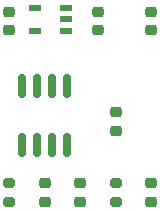
<source format=gtp>
%TF.GenerationSoftware,KiCad,Pcbnew,7.0.9*%
%TF.CreationDate,2024-04-03T22:09:18+09:00*%
%TF.ProjectId,max31855,6d617833-3138-4353-952e-6b696361645f,rev?*%
%TF.SameCoordinates,Original*%
%TF.FileFunction,Paste,Top*%
%TF.FilePolarity,Positive*%
%FSLAX46Y46*%
G04 Gerber Fmt 4.6, Leading zero omitted, Abs format (unit mm)*
G04 Created by KiCad (PCBNEW 7.0.9) date 2024-04-03 22:09:18*
%MOMM*%
%LPD*%
G01*
G04 APERTURE LIST*
G04 Aperture macros list*
%AMRoundRect*
0 Rectangle with rounded corners*
0 $1 Rounding radius*
0 $2 $3 $4 $5 $6 $7 $8 $9 X,Y pos of 4 corners*
0 Add a 4 corners polygon primitive as box body*
4,1,4,$2,$3,$4,$5,$6,$7,$8,$9,$2,$3,0*
0 Add four circle primitives for the rounded corners*
1,1,$1+$1,$2,$3*
1,1,$1+$1,$4,$5*
1,1,$1+$1,$6,$7*
1,1,$1+$1,$8,$9*
0 Add four rect primitives between the rounded corners*
20,1,$1+$1,$2,$3,$4,$5,0*
20,1,$1+$1,$4,$5,$6,$7,0*
20,1,$1+$1,$6,$7,$8,$9,0*
20,1,$1+$1,$8,$9,$2,$3,0*%
G04 Aperture macros list end*
%ADD10RoundRect,0.150000X-0.150000X0.825000X-0.150000X-0.825000X0.150000X-0.825000X0.150000X0.825000X0*%
%ADD11RoundRect,0.225000X0.250000X-0.225000X0.250000X0.225000X-0.250000X0.225000X-0.250000X-0.225000X0*%
%ADD12RoundRect,0.225000X-0.250000X0.225000X-0.250000X-0.225000X0.250000X-0.225000X0.250000X0.225000X0*%
%ADD13RoundRect,0.218750X0.256250X-0.218750X0.256250X0.218750X-0.256250X0.218750X-0.256250X-0.218750X0*%
%ADD14R,1.100000X0.600000*%
%ADD15RoundRect,0.200000X0.275000X-0.200000X0.275000X0.200000X-0.275000X0.200000X-0.275000X-0.200000X0*%
G04 APERTURE END LIST*
D10*
%TO.C,U1*%
X122905000Y-109025000D03*
X121635000Y-109025000D03*
X120365000Y-109025000D03*
X119095000Y-109025000D03*
X119095000Y-113975000D03*
X120365000Y-113975000D03*
X121635000Y-113975000D03*
X122905000Y-113975000D03*
%TD*%
D11*
%TO.C,FB2*%
X130000000Y-118775000D03*
X130000000Y-117225000D03*
%TD*%
D12*
%TO.C,FB1*%
X130000000Y-102725000D03*
X130000000Y-104275000D03*
%TD*%
%TO.C,C3*%
X127000000Y-111225000D03*
X127000000Y-112775000D03*
%TD*%
D11*
%TO.C,C2*%
X125500000Y-104275000D03*
X125500000Y-102725000D03*
%TD*%
%TO.C,C1*%
X118000000Y-104275000D03*
X118000000Y-102725000D03*
%TD*%
D13*
%TO.C,D2*%
X121000000Y-118787500D03*
X121000000Y-117212500D03*
%TD*%
%TO.C,D1*%
X124000000Y-118787500D03*
X124000000Y-117212500D03*
%TD*%
D14*
%TO.C,U2*%
X122770000Y-104293000D03*
X122770000Y-103327800D03*
X122770000Y-102388000D03*
X120179200Y-102388000D03*
X120179200Y-104293000D03*
%TD*%
D15*
%TO.C,R2*%
X127000000Y-118825000D03*
X127000000Y-117175000D03*
%TD*%
%TO.C,R1*%
X118000000Y-118825000D03*
X118000000Y-117175000D03*
%TD*%
M02*

</source>
